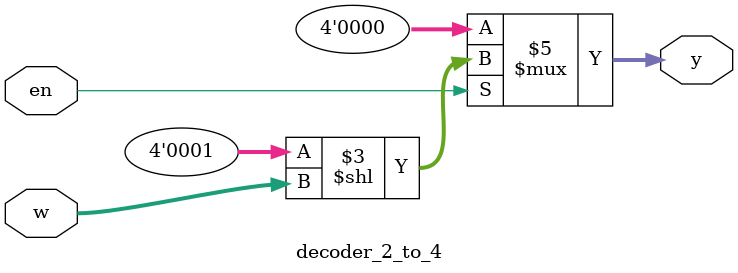
<source format=v>
module decoder_2_to_4 (
    input  wire [1:0] w,
    input  wire       en,
    output reg  [3:0] y
);

    always @(*) begin
        if (en == 1'b1)
            y = (4'b0001 << w);   // same as VHDL: 1 sll w
        else
            y = 4'b0000;
    end

endmodule
</source>
